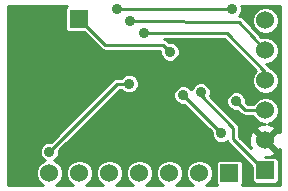
<source format=gbl>
G04 (created by PCBNEW-RS274X (2011-nov-30)-testing) date Tue 24 Apr 2012 11:37:44 PM EDT*
G01*
G70*
G90*
%MOIN*%
G04 Gerber Fmt 3.4, Leading zero omitted, Abs format*
%FSLAX34Y34*%
G04 APERTURE LIST*
%ADD10C,0.006000*%
%ADD11R,0.060000X0.060000*%
%ADD12C,0.060000*%
%ADD13C,0.035000*%
%ADD14C,0.010000*%
G04 APERTURE END LIST*
G54D10*
G54D11*
X63500Y-27500D03*
G54D12*
X63500Y-26500D03*
X63500Y-25500D03*
X63500Y-24500D03*
X63500Y-23500D03*
X63500Y-22500D03*
G54D11*
X62299Y-27587D03*
G54D12*
X61299Y-27587D03*
X60299Y-27587D03*
X59299Y-27587D03*
X58299Y-27587D03*
X57299Y-27587D03*
X56299Y-27587D03*
G54D11*
X57283Y-22441D03*
G54D13*
X57087Y-23465D03*
X55197Y-24724D03*
X55354Y-27638D03*
X62598Y-24488D03*
X60315Y-23543D03*
X58957Y-24606D03*
X56299Y-26870D03*
X62524Y-25186D03*
X58544Y-22126D03*
X62382Y-22126D03*
X58976Y-22520D03*
X60760Y-24990D03*
X62034Y-26264D03*
X59449Y-22913D03*
X61348Y-24892D03*
G54D14*
X62598Y-24488D02*
X62598Y-24567D01*
X60315Y-23543D02*
X60079Y-23307D01*
X60079Y-23307D02*
X58149Y-23307D01*
X58149Y-23307D02*
X57283Y-22441D01*
X56299Y-26870D02*
X58563Y-24606D01*
X58563Y-24606D02*
X58957Y-24606D01*
X63504Y-25480D02*
X63500Y-25500D01*
X62818Y-25480D02*
X63504Y-25480D01*
X62524Y-25186D02*
X62818Y-25480D01*
X62382Y-22126D02*
X58544Y-22126D01*
X63500Y-23500D02*
X63504Y-23520D01*
X63504Y-23520D02*
X62622Y-22539D01*
X62622Y-22539D02*
X58976Y-22520D01*
X62034Y-26264D02*
X60760Y-24990D01*
X62205Y-22913D02*
X59449Y-22913D01*
X63500Y-24208D02*
X62205Y-22913D01*
X63500Y-24500D02*
X63500Y-24208D01*
X62426Y-26460D02*
X63504Y-27538D01*
X62426Y-26068D02*
X62426Y-26460D01*
X61348Y-24892D02*
X61348Y-24990D01*
X63504Y-27538D02*
X63500Y-27500D01*
X61348Y-24990D02*
X62426Y-26068D01*
G54D10*
G36*
X63973Y-27982D02*
X63951Y-27982D01*
X63951Y-27830D01*
X63951Y-27770D01*
X63951Y-27170D01*
X63928Y-27114D01*
X63886Y-27072D01*
X63830Y-27049D01*
X63770Y-27049D01*
X63498Y-27049D01*
X63637Y-27042D01*
X63786Y-26980D01*
X63815Y-26885D01*
X63535Y-26606D01*
X63500Y-26571D01*
X63429Y-26500D01*
X63394Y-26465D01*
X63115Y-26185D01*
X63020Y-26214D01*
X62947Y-26419D01*
X62958Y-26637D01*
X63007Y-26755D01*
X62628Y-26376D01*
X62628Y-26068D01*
X62613Y-25991D01*
X62612Y-25990D01*
X62569Y-25925D01*
X62566Y-25923D01*
X61653Y-25009D01*
X61675Y-24957D01*
X61675Y-24827D01*
X61625Y-24707D01*
X61533Y-24615D01*
X61413Y-24565D01*
X61283Y-24565D01*
X61163Y-24615D01*
X61071Y-24707D01*
X61032Y-24800D01*
X60945Y-24713D01*
X60825Y-24663D01*
X60695Y-24663D01*
X60575Y-24713D01*
X60483Y-24805D01*
X60433Y-24925D01*
X60433Y-25055D01*
X60483Y-25175D01*
X60575Y-25267D01*
X60695Y-25317D01*
X60801Y-25317D01*
X61707Y-26222D01*
X61707Y-26329D01*
X61757Y-26449D01*
X61849Y-26541D01*
X61969Y-26591D01*
X62099Y-26591D01*
X62219Y-26541D01*
X62236Y-26523D01*
X62239Y-26538D01*
X62283Y-26603D01*
X63049Y-27368D01*
X63049Y-27830D01*
X63072Y-27886D01*
X63114Y-27928D01*
X63170Y-27951D01*
X63230Y-27951D01*
X63830Y-27951D01*
X63886Y-27928D01*
X63928Y-27886D01*
X63951Y-27830D01*
X63951Y-27982D01*
X62718Y-27982D01*
X62727Y-27973D01*
X62750Y-27917D01*
X62750Y-27857D01*
X62750Y-27257D01*
X62727Y-27201D01*
X62685Y-27159D01*
X62629Y-27136D01*
X62569Y-27136D01*
X61969Y-27136D01*
X61913Y-27159D01*
X61871Y-27201D01*
X61848Y-27257D01*
X61848Y-27317D01*
X61848Y-27917D01*
X61871Y-27973D01*
X61880Y-27982D01*
X61524Y-27982D01*
X61554Y-27970D01*
X61681Y-27843D01*
X61750Y-27677D01*
X61750Y-27498D01*
X61682Y-27332D01*
X61555Y-27205D01*
X61389Y-27136D01*
X61210Y-27136D01*
X61044Y-27204D01*
X60917Y-27331D01*
X60848Y-27497D01*
X60848Y-27676D01*
X60916Y-27842D01*
X61043Y-27969D01*
X61074Y-27982D01*
X60524Y-27982D01*
X60554Y-27970D01*
X60681Y-27843D01*
X60750Y-27677D01*
X60750Y-27498D01*
X60682Y-27332D01*
X60555Y-27205D01*
X60389Y-27136D01*
X60210Y-27136D01*
X60044Y-27204D01*
X59917Y-27331D01*
X59848Y-27497D01*
X59848Y-27676D01*
X59916Y-27842D01*
X60043Y-27969D01*
X60074Y-27982D01*
X59524Y-27982D01*
X59554Y-27970D01*
X59681Y-27843D01*
X59750Y-27677D01*
X59750Y-27498D01*
X59682Y-27332D01*
X59555Y-27205D01*
X59389Y-27136D01*
X59210Y-27136D01*
X59044Y-27204D01*
X58917Y-27331D01*
X58848Y-27497D01*
X58848Y-27676D01*
X58916Y-27842D01*
X59043Y-27969D01*
X59074Y-27982D01*
X58524Y-27982D01*
X58554Y-27970D01*
X58681Y-27843D01*
X58750Y-27677D01*
X58750Y-27498D01*
X58682Y-27332D01*
X58555Y-27205D01*
X58389Y-27136D01*
X58210Y-27136D01*
X58044Y-27204D01*
X57917Y-27331D01*
X57848Y-27497D01*
X57848Y-27676D01*
X57916Y-27842D01*
X58043Y-27969D01*
X58074Y-27982D01*
X57524Y-27982D01*
X57554Y-27970D01*
X57681Y-27843D01*
X57750Y-27677D01*
X57750Y-27498D01*
X57682Y-27332D01*
X57555Y-27205D01*
X57389Y-27136D01*
X57210Y-27136D01*
X57044Y-27204D01*
X56917Y-27331D01*
X56848Y-27497D01*
X56848Y-27676D01*
X56916Y-27842D01*
X57043Y-27969D01*
X57074Y-27982D01*
X56524Y-27982D01*
X56554Y-27970D01*
X56681Y-27843D01*
X56750Y-27677D01*
X56750Y-27498D01*
X56682Y-27332D01*
X56555Y-27205D01*
X56449Y-27161D01*
X56484Y-27147D01*
X56576Y-27055D01*
X56626Y-26935D01*
X56626Y-26828D01*
X58646Y-24808D01*
X58697Y-24808D01*
X58772Y-24883D01*
X58892Y-24933D01*
X59022Y-24933D01*
X59142Y-24883D01*
X59234Y-24791D01*
X59284Y-24671D01*
X59284Y-24541D01*
X59234Y-24421D01*
X59142Y-24329D01*
X59022Y-24279D01*
X58892Y-24279D01*
X58772Y-24329D01*
X58697Y-24404D01*
X58563Y-24404D01*
X58562Y-24404D01*
X58547Y-24407D01*
X58486Y-24419D01*
X58420Y-24463D01*
X58418Y-24465D01*
X56340Y-26543D01*
X56234Y-26543D01*
X56114Y-26593D01*
X56022Y-26685D01*
X55972Y-26805D01*
X55972Y-26935D01*
X56022Y-27055D01*
X56114Y-27147D01*
X56148Y-27161D01*
X56044Y-27204D01*
X55917Y-27331D01*
X55848Y-27497D01*
X55848Y-27676D01*
X55916Y-27842D01*
X56043Y-27969D01*
X56074Y-27982D01*
X54932Y-27982D01*
X54932Y-22028D01*
X56882Y-22028D01*
X56855Y-22055D01*
X56832Y-22111D01*
X56832Y-22171D01*
X56832Y-22771D01*
X56855Y-22827D01*
X56897Y-22869D01*
X56953Y-22892D01*
X57013Y-22892D01*
X57448Y-22892D01*
X58004Y-23447D01*
X58006Y-23450D01*
X58071Y-23493D01*
X58072Y-23494D01*
X58133Y-23505D01*
X58148Y-23509D01*
X58148Y-23508D01*
X58149Y-23509D01*
X59988Y-23509D01*
X59988Y-23608D01*
X60038Y-23728D01*
X60130Y-23820D01*
X60250Y-23870D01*
X60380Y-23870D01*
X60500Y-23820D01*
X60592Y-23728D01*
X60642Y-23608D01*
X60642Y-23478D01*
X60592Y-23358D01*
X60500Y-23266D01*
X60380Y-23216D01*
X60273Y-23216D01*
X60222Y-23164D01*
X60157Y-23120D01*
X60131Y-23115D01*
X62121Y-23115D01*
X63184Y-24178D01*
X63118Y-24244D01*
X63049Y-24410D01*
X63049Y-24589D01*
X63117Y-24755D01*
X63244Y-24882D01*
X63410Y-24951D01*
X63589Y-24951D01*
X63755Y-24883D01*
X63882Y-24756D01*
X63951Y-24590D01*
X63951Y-24411D01*
X63883Y-24245D01*
X63756Y-24118D01*
X63648Y-24073D01*
X63643Y-24065D01*
X63529Y-23951D01*
X63589Y-23951D01*
X63755Y-23883D01*
X63882Y-23756D01*
X63951Y-23590D01*
X63951Y-23411D01*
X63951Y-22590D01*
X63951Y-22411D01*
X63883Y-22245D01*
X63756Y-22118D01*
X63590Y-22049D01*
X63411Y-22049D01*
X63245Y-22117D01*
X63118Y-22244D01*
X63049Y-22410D01*
X63049Y-22589D01*
X63117Y-22755D01*
X63244Y-22882D01*
X63410Y-22951D01*
X63589Y-22951D01*
X63755Y-22883D01*
X63882Y-22756D01*
X63951Y-22590D01*
X63951Y-23411D01*
X63883Y-23245D01*
X63756Y-23118D01*
X63590Y-23049D01*
X63411Y-23049D01*
X63368Y-23066D01*
X62772Y-22404D01*
X62769Y-22401D01*
X62766Y-22397D01*
X62726Y-22370D01*
X62709Y-22357D01*
X62706Y-22356D01*
X62700Y-22352D01*
X62661Y-22344D01*
X62633Y-22337D01*
X62659Y-22311D01*
X62709Y-22191D01*
X62709Y-22061D01*
X62695Y-22028D01*
X63973Y-22028D01*
X63973Y-26211D01*
X63951Y-26204D01*
X63951Y-25590D01*
X63951Y-25411D01*
X63883Y-25245D01*
X63756Y-25118D01*
X63590Y-25049D01*
X63411Y-25049D01*
X63245Y-25117D01*
X63118Y-25244D01*
X63103Y-25278D01*
X62901Y-25278D01*
X62851Y-25227D01*
X62851Y-25121D01*
X62801Y-25001D01*
X62709Y-24909D01*
X62589Y-24859D01*
X62459Y-24859D01*
X62339Y-24909D01*
X62247Y-25001D01*
X62197Y-25121D01*
X62197Y-25251D01*
X62247Y-25371D01*
X62339Y-25463D01*
X62459Y-25513D01*
X62565Y-25513D01*
X62673Y-25620D01*
X62675Y-25623D01*
X62740Y-25666D01*
X62741Y-25667D01*
X62802Y-25678D01*
X62817Y-25682D01*
X62817Y-25681D01*
X62818Y-25682D01*
X63087Y-25682D01*
X63117Y-25755D01*
X63244Y-25882D01*
X63410Y-25951D01*
X63501Y-25951D01*
X63363Y-25958D01*
X63214Y-26020D01*
X63185Y-26115D01*
X63500Y-26429D01*
X63815Y-26115D01*
X63786Y-26020D01*
X63590Y-25950D01*
X63755Y-25883D01*
X63882Y-25756D01*
X63951Y-25590D01*
X63951Y-26204D01*
X63885Y-26185D01*
X63571Y-26500D01*
X63885Y-26815D01*
X63973Y-26788D01*
X63973Y-27982D01*
X63973Y-27982D01*
G37*
G54D14*
X63973Y-27982D02*
X63951Y-27982D01*
X63951Y-27830D01*
X63951Y-27770D01*
X63951Y-27170D01*
X63928Y-27114D01*
X63886Y-27072D01*
X63830Y-27049D01*
X63770Y-27049D01*
X63498Y-27049D01*
X63637Y-27042D01*
X63786Y-26980D01*
X63815Y-26885D01*
X63535Y-26606D01*
X63500Y-26571D01*
X63429Y-26500D01*
X63394Y-26465D01*
X63115Y-26185D01*
X63020Y-26214D01*
X62947Y-26419D01*
X62958Y-26637D01*
X63007Y-26755D01*
X62628Y-26376D01*
X62628Y-26068D01*
X62613Y-25991D01*
X62612Y-25990D01*
X62569Y-25925D01*
X62566Y-25923D01*
X61653Y-25009D01*
X61675Y-24957D01*
X61675Y-24827D01*
X61625Y-24707D01*
X61533Y-24615D01*
X61413Y-24565D01*
X61283Y-24565D01*
X61163Y-24615D01*
X61071Y-24707D01*
X61032Y-24800D01*
X60945Y-24713D01*
X60825Y-24663D01*
X60695Y-24663D01*
X60575Y-24713D01*
X60483Y-24805D01*
X60433Y-24925D01*
X60433Y-25055D01*
X60483Y-25175D01*
X60575Y-25267D01*
X60695Y-25317D01*
X60801Y-25317D01*
X61707Y-26222D01*
X61707Y-26329D01*
X61757Y-26449D01*
X61849Y-26541D01*
X61969Y-26591D01*
X62099Y-26591D01*
X62219Y-26541D01*
X62236Y-26523D01*
X62239Y-26538D01*
X62283Y-26603D01*
X63049Y-27368D01*
X63049Y-27830D01*
X63072Y-27886D01*
X63114Y-27928D01*
X63170Y-27951D01*
X63230Y-27951D01*
X63830Y-27951D01*
X63886Y-27928D01*
X63928Y-27886D01*
X63951Y-27830D01*
X63951Y-27982D01*
X62718Y-27982D01*
X62727Y-27973D01*
X62750Y-27917D01*
X62750Y-27857D01*
X62750Y-27257D01*
X62727Y-27201D01*
X62685Y-27159D01*
X62629Y-27136D01*
X62569Y-27136D01*
X61969Y-27136D01*
X61913Y-27159D01*
X61871Y-27201D01*
X61848Y-27257D01*
X61848Y-27317D01*
X61848Y-27917D01*
X61871Y-27973D01*
X61880Y-27982D01*
X61524Y-27982D01*
X61554Y-27970D01*
X61681Y-27843D01*
X61750Y-27677D01*
X61750Y-27498D01*
X61682Y-27332D01*
X61555Y-27205D01*
X61389Y-27136D01*
X61210Y-27136D01*
X61044Y-27204D01*
X60917Y-27331D01*
X60848Y-27497D01*
X60848Y-27676D01*
X60916Y-27842D01*
X61043Y-27969D01*
X61074Y-27982D01*
X60524Y-27982D01*
X60554Y-27970D01*
X60681Y-27843D01*
X60750Y-27677D01*
X60750Y-27498D01*
X60682Y-27332D01*
X60555Y-27205D01*
X60389Y-27136D01*
X60210Y-27136D01*
X60044Y-27204D01*
X59917Y-27331D01*
X59848Y-27497D01*
X59848Y-27676D01*
X59916Y-27842D01*
X60043Y-27969D01*
X60074Y-27982D01*
X59524Y-27982D01*
X59554Y-27970D01*
X59681Y-27843D01*
X59750Y-27677D01*
X59750Y-27498D01*
X59682Y-27332D01*
X59555Y-27205D01*
X59389Y-27136D01*
X59210Y-27136D01*
X59044Y-27204D01*
X58917Y-27331D01*
X58848Y-27497D01*
X58848Y-27676D01*
X58916Y-27842D01*
X59043Y-27969D01*
X59074Y-27982D01*
X58524Y-27982D01*
X58554Y-27970D01*
X58681Y-27843D01*
X58750Y-27677D01*
X58750Y-27498D01*
X58682Y-27332D01*
X58555Y-27205D01*
X58389Y-27136D01*
X58210Y-27136D01*
X58044Y-27204D01*
X57917Y-27331D01*
X57848Y-27497D01*
X57848Y-27676D01*
X57916Y-27842D01*
X58043Y-27969D01*
X58074Y-27982D01*
X57524Y-27982D01*
X57554Y-27970D01*
X57681Y-27843D01*
X57750Y-27677D01*
X57750Y-27498D01*
X57682Y-27332D01*
X57555Y-27205D01*
X57389Y-27136D01*
X57210Y-27136D01*
X57044Y-27204D01*
X56917Y-27331D01*
X56848Y-27497D01*
X56848Y-27676D01*
X56916Y-27842D01*
X57043Y-27969D01*
X57074Y-27982D01*
X56524Y-27982D01*
X56554Y-27970D01*
X56681Y-27843D01*
X56750Y-27677D01*
X56750Y-27498D01*
X56682Y-27332D01*
X56555Y-27205D01*
X56449Y-27161D01*
X56484Y-27147D01*
X56576Y-27055D01*
X56626Y-26935D01*
X56626Y-26828D01*
X58646Y-24808D01*
X58697Y-24808D01*
X58772Y-24883D01*
X58892Y-24933D01*
X59022Y-24933D01*
X59142Y-24883D01*
X59234Y-24791D01*
X59284Y-24671D01*
X59284Y-24541D01*
X59234Y-24421D01*
X59142Y-24329D01*
X59022Y-24279D01*
X58892Y-24279D01*
X58772Y-24329D01*
X58697Y-24404D01*
X58563Y-24404D01*
X58562Y-24404D01*
X58547Y-24407D01*
X58486Y-24419D01*
X58420Y-24463D01*
X58418Y-24465D01*
X56340Y-26543D01*
X56234Y-26543D01*
X56114Y-26593D01*
X56022Y-26685D01*
X55972Y-26805D01*
X55972Y-26935D01*
X56022Y-27055D01*
X56114Y-27147D01*
X56148Y-27161D01*
X56044Y-27204D01*
X55917Y-27331D01*
X55848Y-27497D01*
X55848Y-27676D01*
X55916Y-27842D01*
X56043Y-27969D01*
X56074Y-27982D01*
X54932Y-27982D01*
X54932Y-22028D01*
X56882Y-22028D01*
X56855Y-22055D01*
X56832Y-22111D01*
X56832Y-22171D01*
X56832Y-22771D01*
X56855Y-22827D01*
X56897Y-22869D01*
X56953Y-22892D01*
X57013Y-22892D01*
X57448Y-22892D01*
X58004Y-23447D01*
X58006Y-23450D01*
X58071Y-23493D01*
X58072Y-23494D01*
X58133Y-23505D01*
X58148Y-23509D01*
X58148Y-23508D01*
X58149Y-23509D01*
X59988Y-23509D01*
X59988Y-23608D01*
X60038Y-23728D01*
X60130Y-23820D01*
X60250Y-23870D01*
X60380Y-23870D01*
X60500Y-23820D01*
X60592Y-23728D01*
X60642Y-23608D01*
X60642Y-23478D01*
X60592Y-23358D01*
X60500Y-23266D01*
X60380Y-23216D01*
X60273Y-23216D01*
X60222Y-23164D01*
X60157Y-23120D01*
X60131Y-23115D01*
X62121Y-23115D01*
X63184Y-24178D01*
X63118Y-24244D01*
X63049Y-24410D01*
X63049Y-24589D01*
X63117Y-24755D01*
X63244Y-24882D01*
X63410Y-24951D01*
X63589Y-24951D01*
X63755Y-24883D01*
X63882Y-24756D01*
X63951Y-24590D01*
X63951Y-24411D01*
X63883Y-24245D01*
X63756Y-24118D01*
X63648Y-24073D01*
X63643Y-24065D01*
X63529Y-23951D01*
X63589Y-23951D01*
X63755Y-23883D01*
X63882Y-23756D01*
X63951Y-23590D01*
X63951Y-23411D01*
X63951Y-22590D01*
X63951Y-22411D01*
X63883Y-22245D01*
X63756Y-22118D01*
X63590Y-22049D01*
X63411Y-22049D01*
X63245Y-22117D01*
X63118Y-22244D01*
X63049Y-22410D01*
X63049Y-22589D01*
X63117Y-22755D01*
X63244Y-22882D01*
X63410Y-22951D01*
X63589Y-22951D01*
X63755Y-22883D01*
X63882Y-22756D01*
X63951Y-22590D01*
X63951Y-23411D01*
X63883Y-23245D01*
X63756Y-23118D01*
X63590Y-23049D01*
X63411Y-23049D01*
X63368Y-23066D01*
X62772Y-22404D01*
X62769Y-22401D01*
X62766Y-22397D01*
X62726Y-22370D01*
X62709Y-22357D01*
X62706Y-22356D01*
X62700Y-22352D01*
X62661Y-22344D01*
X62633Y-22337D01*
X62659Y-22311D01*
X62709Y-22191D01*
X62709Y-22061D01*
X62695Y-22028D01*
X63973Y-22028D01*
X63973Y-26211D01*
X63951Y-26204D01*
X63951Y-25590D01*
X63951Y-25411D01*
X63883Y-25245D01*
X63756Y-25118D01*
X63590Y-25049D01*
X63411Y-25049D01*
X63245Y-25117D01*
X63118Y-25244D01*
X63103Y-25278D01*
X62901Y-25278D01*
X62851Y-25227D01*
X62851Y-25121D01*
X62801Y-25001D01*
X62709Y-24909D01*
X62589Y-24859D01*
X62459Y-24859D01*
X62339Y-24909D01*
X62247Y-25001D01*
X62197Y-25121D01*
X62197Y-25251D01*
X62247Y-25371D01*
X62339Y-25463D01*
X62459Y-25513D01*
X62565Y-25513D01*
X62673Y-25620D01*
X62675Y-25623D01*
X62740Y-25666D01*
X62741Y-25667D01*
X62802Y-25678D01*
X62817Y-25682D01*
X62817Y-25681D01*
X62818Y-25682D01*
X63087Y-25682D01*
X63117Y-25755D01*
X63244Y-25882D01*
X63410Y-25951D01*
X63501Y-25951D01*
X63363Y-25958D01*
X63214Y-26020D01*
X63185Y-26115D01*
X63500Y-26429D01*
X63815Y-26115D01*
X63786Y-26020D01*
X63590Y-25950D01*
X63755Y-25883D01*
X63882Y-25756D01*
X63951Y-25590D01*
X63951Y-26204D01*
X63885Y-26185D01*
X63571Y-26500D01*
X63885Y-26815D01*
X63973Y-26788D01*
X63973Y-27982D01*
M02*

</source>
